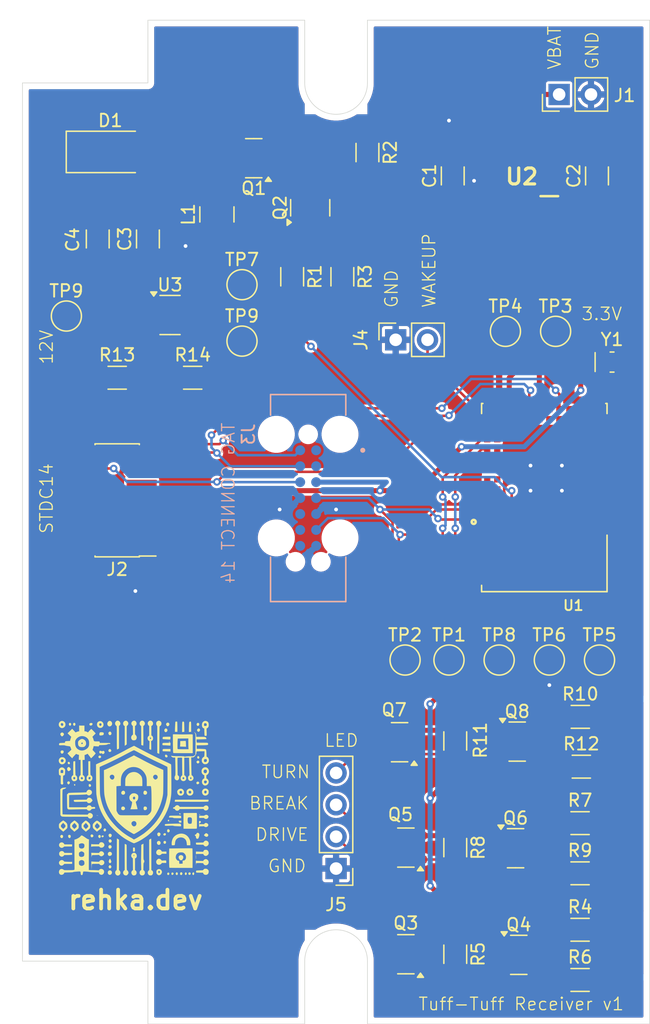
<source format=kicad_pcb>
(kicad_pcb (version 20240108) (generator "pcbnew") (generator_version "8.0")
  (layers (0 "F.Cu" signal) (31 "B.Cu" signal) (34 "B.Paste" user) (35 "F.Paste" user) (36 "B.SilkS" user "B.Silkscreen") (37 "F.SilkS" user "F.Silkscreen") (38 "B.Mask" user) (39 "F.Mask" user) (44 "Edge.Cuts" user))
  (net 0 "")
  (net 1 "GND")
  (net 2 "12V")
  (net 3 "Net-(D1-A)")
  (net 9 "SWDIO")
  (net 11 "UART_RX")
  (net 13 "SWCLK")
  (net 16 "UART_TX")
  (net 17 "NRST")
  (net 19 "MCU_WAKEUP")
  (net 20 "Net-(J5-Pin_4)")
  (net 21 "Net-(J5-Pin_3)")
  (net 22 "Net-(J5-Pin_2)")
  (net 23 "Net-(Q1-G)")
  (net 24 "Net-(Q2-G)")
  (net 25 "Net-(Q3-G)")
  (net 26 "Net-(Q4-G)")
  (net 27 "Net-(Q5-G)")
  (net 28 "Net-(Q6-G)")
  (net 29 "Net-(U1-D+)")
  (net 30 "Net-(U1-D-)")
  (net 31 "ON_DRIVE")
  (net 32 "ON_TURN")
  (net 33 "ON_BOOSTER")
  (net 34 "Net-(U3-FB)")
  (net 52 "Net-(U1-VBUS)")
  (net 58 "Net-(U1-SIO_00{slash}XL1)")
  (net 59 "Net-(U1-SIO_01{slash}XL2)")
  (net 63 "ON_BREAK")
  (net 73 "VIN_BAT")
  (net 74 "3.3V")
  (net 75 "VIN_BOOSTER")
  (net 76 "Net-(Q7-G)")
  (net 77 "Net-(Q8-G)")
  (footprint "Connector_PinHeader_2.54mm:PinHeader_1x04_P2.54mm_Vertical" (layer "F.Cu") (at 119 110.62 180)
    (property "Reference" "J5")
    (property "Value" "Conn_01x04_Pin")
  )
  (footprint "TestPoint:TestPoint_Pad_D2.0mm" (layer "F.Cu") (at 132 94)
    (property "Reference" "TP8")
    (property "Value" "TestPoint")
  )
  (footprint "Resistor_SMD:R_1206_3216Metric_Pad1.30x1.75mm_HandSolder" (layer "F.Cu") (at 138.47 98.53)
    (property "Reference" "R10")
    (property "Value" "10R" (hide yes))
  )
  (footprint "Resistor_SMD:R_1206_3216Metric_Pad1.30x1.75mm_HandSolder" (layer "F.Cu") (at 121.5 53.55 -90)
    (property "Reference" "R2")
    (property "Value" "100k")
  )
  (footprint "Inductor_SMD:L_1210_3225Metric" (layer "F.Cu") (at 109.5 58.48 90)
    (property "Reference" "L1")
    (property "Value" "L22u")
  )
  (footprint "Package_TO_SOT_SMD:SOT-23" (layer "F.Cu") (at 133.3075 109)
    (property "Reference" "Q6")
    (property "Value" "DMG3402L")
  )
  (footprint "Diode_SMD:D_SMA" (layer "F.Cu") (at 101 53.5)
    (property "Reference" "D1")
    (property "Value" "SS34")
  )
  (footprint "Package_TO_SOT_SMD:SOT-23" (layer "F.Cu") (at 124.5625 108.95 180)
    (property "Reference" "Q5")
    (property "Value" "DMG2301L")
  )
  (footprint "Connector_PinSocket_2.54mm:PinSocket_1x02_P2.54mm_Vertical" (layer "F.Cu") (at 123.75 68.475 90)
    (property "Reference" "J4")
    (property "Value" "Conn_01x02_Pin")
  )
  (footprint "Package_TO_SOT_SMD:SOT-23" (layer "F.Cu") (at 133.5625 117.5)
    (property "Reference" "Q4")
    (property "Value" "DMG3402L")
  )
  (footprint "Resistor_SMD:R_1206_3216Metric_Pad1.30x1.75mm_HandSolder" (layer "F.Cu") (at 119.5 63.45 -90)
    (property "Reference" "R3")
    (property "Value" "100k")
  )
  (footprint "Resistor_SMD:R_1206_3216Metric_Pad1.30x1.75mm_HandSolder" (layer "F.Cu") (at 128.5 117.45 -90)
    (property "Reference" "R5")
    (property "Value" "100k")
  )
  (footprint "Package_TO_SOT_SMD:SOT-23-6" (layer "F.Cu") (at 105.7625 66.5)
    (property "Reference" "U3")
    (property "Value" "MT3608")
  )
  (footprint "Package_TO_SOT_SMD:SOT-23" (layer "F.Cu") (at 112.4375 54 180)
    (property "Reference" "Q1")
    (property "Value" "DMG2301L")
  )
  (footprint "Package_TO_SOT_SMD:SOT-23" (layer "F.Cu") (at 124.0625 100.55 180)
    (property "Reference" "Q7")
    (property "Value" "DMG2301L")
  )
  (footprint "TestPoint:TestPoint_Pad_D2.0mm" (layer "F.Cu") (at 140 94)
    (property "Reference" "TP5")
    (property "Value" "TestPoint")
  )
  (footprint "Capacitor_SMD:C_1206_3216Metric_Pad1.33x1.80mm_HandSolder" (layer "F.Cu") (at 128.3 55.4125 90)
    (property "Reference" "C1")
    (property "Value" "1u")
  )
  (footprint "Capacitor_SMD:C_1206_3216Metric_Pad1.33x1.80mm_HandSolder" (layer "F.Cu") (at 139.8 55.4125 90)
    (property "Reference" "C2")
    (property "Value" "2.2u")
  )
  (footprint "TestPoint:TestPoint_Pad_D2.0mm" (layer "F.Cu") (at 111.5 64.08)
    (property "Reference" "TP7")
    (property "Value" "IN BOOSTER")
  )
  (footprint "Resistor_SMD:R_1206_3216Metric_Pad1.30x1.75mm_HandSolder" (layer "F.Cu") (at 138.55 102.5)
    (property "Reference" "R12")
    (property "Value" "100k" (hide yes))
  )
  (footprint "TestPoint:TestPoint_Pad_D2.0mm" (layer "F.Cu") (at 128 94)
    (property "Reference" "TP1")
    (property "Value" "TestPoint")
  )
  (footprint "Resistor_SMD:R_1206_3216Metric_Pad1.30x1.75mm_HandSolder" (layer "F.Cu") (at 107.57 71.5)
    (property "Reference" "R14")
    (property "Value" "2.2k")
  )
  (footprint "TestPoint:TestPoint_Pad_D2.0mm" (layer "F.Cu") (at 132.5 67.8)
    (property "Reference" "TP4")
    (property "Value" "TestPoint")
  )
  (footprint "TTF_Lib:XCVR_451-00001" (layer "F.Cu") (at 135.6 81.05 180)
    (property "Reference" "U1")
    (property "Value" "451-00001")
  )
  (footprint "TTF_Lib:rehka_image" (layer "F.Cu") (at 103 105)
    (property "Reference" "G***" (hide yes))
    (property "Value" "LOGO" (hide yes))
  )
  (footprint "Package_TO_SOT_SMD:SOT-23" (layer "F.Cu") (at 116.9375 57.95 90)
    (property "Reference" "Q2")
    (property "Value" "DMG3402L")
  )
  (footprint "Capacitor_SMD:C_1206_3216Metric_Pad1.33x1.80mm_HandSolder" (layer "F.Cu") (at 100 60.4375 -90)
    (property "Reference" "C4")
    (property "Value" "22u")
  )
  (footprint "Resistor_SMD:R_1206_3216Metric_Pad1.30x1.75mm_HandSolder" (layer "F.Cu") (at 101.55 71.5)
    (property "Reference" "R13")
    (property "Value" "42k")
  )
  (footprint "Resistor_SMD:R_1206_3216Metric_Pad1.30x1.75mm_HandSolder" (layer "F.Cu") (at 138.45 119.5)
    (property "Reference" "R6")
    (property "Value" "100k" (hide yes))
  )
  (footprint "Resistor_SMD:R_1206_3216Metric_Pad1.30x1.75mm_HandSolder" (layer "F.Cu") (at 138.45 107)
    (property "Reference" "R7")
    (property "Value" "10R" (hide yes))
  )
  (footprint "TestPoint:TestPoint_Pad_D2.0mm" (layer "F.Cu") (at 97.5 66.58)
    (property "Reference" "TP9")
    (property "Value" "OUT BOOSTER")
  )
  (footprint "Connector_PinHeader_1.27mm:PinHeader_2x07_P1.27mm_Vertical_SMD" (layer "F.Cu") (at 101.55 81.27 180)
    (property "Reference" "J2")
    (property "Value" "Conn_ST_STDC14")
  )
  (footprint "Resistor_SMD:R_1206_3216Metric_Pad1.30x1.75mm_HandSolder" (layer "F.Cu") (at 138.45 111)
    (property "Reference" "R9")
    (property "Value" "100k" (hide yes))
  )
  (footprint "Resistor_SMD:R_1206_3216Metric_Pad1.30x1.75mm_HandSolder" (layer "F.Cu") (at 128.5 108.95 -90)
    (property "Reference" "R8")
    (property "Value" "100k")
  )
  (footprint "Resistor_SMD:R_1206_3216Metric_Pad1.30x1.75mm_HandSolder" (layer "F.Cu") (at 138.45 115.5)
    (property "Reference" "R4")
    (property "Value" "10R" (hide yes))
  )
  (footprint "Connector_PinHeader_2.54mm:PinHeader_1x02_P2.54mm_Vertical" (layer "F.Cu") (at 136.78 48.92 90)
    (property "Reference" "J1")
    (property "Value" "Conn_01x02_Socket")
  )
  (footprint "TestPoint:TestPoint_Pad_D2.0mm" (layer "F.Cu") (at 136 94)
    (property "Reference" "TP6")
    (property "Value" "TestPoint")
  )
  (footprint "Package_TO_SOT_SMD:SOT-23" (layer "F.Cu") (at 124.5625 117.45 180)
    (property "Reference" "Q3")
    (property "Value" "DMG2301L")
  )
  (footprint "Crystal:Crystal_SMD_MicroCrystal_CC8V-T1A-2Pin_2.0x1.2mm" (layer "F.Cu") (at 141 70.25)
    (property "Reference" "Y1")
    (property "Value" "Crystal")
  )
  (footprint "TestPoint:TestPoint_Pad_D2.0mm" (layer "F.Cu") (at 111.5 68.58)
    (property "Reference" "TP9")
    (property "Value" "ON BOOSTER")
  )
  (footprint "Package_TO_SOT_SMD:SOT-23" (layer "F.Cu") (at 133.4375 100.5)
    (property "Reference" "Q8")
    (property "Value" "DMG3402L")
  )
  (footprint "Resistor_SMD:R_1206_3216Metric_Pad1.30x1.75mm_HandSolder" (layer "F.Cu") (at 115.5 63.45 -90)
    (property "Reference" "R1")
    (property "Value" "10R")
  )
  (footprint "TestPoint:TestPoint_Pad_D2.0mm" (layer "F.Cu") (at 136.5 67.8)
    (property "Reference" "TP3")
    (property "Value" "TestPoint")
  )
  (footprint "TTF_Lib:SOP65P490X110-9N" (layer "F.Cu") (at 133.8 55.475 180)
    (property "Reference" "U2")
    (property "Value" "TLV76733QWDRBxQ1" (hide yes))
  )
  (footprint "Capacitor_SMD:C_1206_3216Metric_Pad1.33x1.80mm_HandSolder" (layer "F.Cu") (at 104 60.4375 90)
    (property "Reference" "C3")
    (property "Value" "22u")
  )
  (footprint "Resistor_SMD:R_1206_3216Metric_Pad1.30x1.75mm_HandSolder" (layer "F.Cu") (at 128.5 100.45 -90)
    (property "Reference" "R11")
    (property "Value" "100k")
  )
  (footprint "TestPoint:TestPoint_Pad_D2.0mm" (layer "F.Cu") (at 124.5 94)
    (property "Reference" "TP2")
    (property "Value" "TestPoint")
  )
  (footprint "TTF_Lib:TAG-CONNECT_TC2070-IDC" (layer "B.Cu") (at 116.775 81.09 -90)
    (property "Reference" "J3")
    (property "Value" "TC2070-IDC")
  )
  (gr_line (start 104 43) (end 116.5 43) (stroke (width 0.05)) (layer "Edge.Cuts"))
  (gr_line (start 116.5 48) (end 116.5 43) (stroke (width 0.05)) (layer "Edge.Cuts"))
  (gr_arc (start 116.5 118) (mid 119 115.5) (end 121.5 118) (stroke (width 0.05)) (layer "Edge.Cuts"))
  (gr_line (start 104 48) (end 94 48) (stroke (width 0.05)) (layer "Edge.Cuts"))
  (gr_line (start 104 118) (end 94 118) (stroke (width 0.05)) (layer "Edge.Cuts"))
  (gr_arc (start 121.5 48) (mid 119 50.5) (end 116.5 48) (stroke (width 0.05)) (layer "Edge.Cuts"))
  (gr_line (start 144 123) (end 121.5 123) (stroke (width 0.05)) (layer "Edge.Cuts"))
  (gr_line (start 94 118) (end 94 48) (stroke (width 0.05)) (layer "Edge.Cuts"))
  (gr_line (start 104 123) (end 104 118) (stroke (width 0.05)) (layer "Edge.Cuts"))
  (gr_line (start 104 43) (end 104 48) (stroke (width 0.05)) (layer "Edge.Cuts"))
  (gr_line (start 121.5 48) (end 121.5 43) (stroke (width 0.05)) (layer "Edge.Cuts"))
  (gr_line (start 121.5 118) (end 121.5 123) (stroke (width 0.05)) (layer "Edge.Cuts"))
  (gr_line (start 144 43) (end 144 123) (stroke (width 0.05)) (layer "Edge.Cuts"))
  (gr_line (start 116.5 118) (end 116.5 123) (stroke (width 0.05)) (layer "Edge.Cuts"))
  (gr_line (start 121.5 43) (end 144 43) (stroke (width 0.05)) (layer "Edge.Cuts"))
  (gr_line (start 116.5 123) (end 104 123) (stroke (width 0.05)) (layer "Edge.Cuts"))
  (gr_text "TAG CONNECT 14" (at 111 75 90) (layer "B.SilkS") (effects (font (size 1 1) (thickness 0.1)) (justify left bottom mirror)))
  (gr_text "GND" (at 113.5 111 0) (layer "F.SilkS") (effects (font (size 1 1) (thickness 0.1)) (justify left bottom)))
  (gr_text "VBAT" (at 137 47 90) (layer "F.SilkS") (effects (font (size 1 1) (thickness 0.1)) (justify left bottom)))
  (gr_text "BREAK" (at 112 106 0) (layer "F.SilkS") (effects (font (size 1 1) (thickness 0.1)) (justify left bottom)))
  (gr_text "LED" (at 118 101 0) (layer "F.SilkS") (effects (font (size 1 1) (thickness 0.1)) (justify left bottom)))
  (gr_text "TURN" (at 113 103.5 0) (layer "F.SilkS") (effects (font (size 1 1) (thickness 0.1)) (justify left bottom)))
  (gr_text "12V" (at 96.5 70.5 90) (layer "F.SilkS") (effects (font (size 1 1) (thickness 0.1)) (justify left bottom)))
  (gr_text "STDC14" (at 96.5 84 90) (layer "F.SilkS") (effects (font (size 1 1) (thickness 0.1)) (justify left bottom)))
  (gr_text "WAKEUP" (at 127 66 90) (layer "F.SilkS") (effects (font (size 1 1) (thickness 0.1)) (justify left bottom)))
  (gr_text "GND" (at 140 47 90) (layer "F.SilkS") (effects (font (size 1 1) (thickness 0.1)) (justify left bottom)))
  (gr_text "Tuff-Tuff Receiver v1" (at 125.5 122 0) (layer "F.SilkS") (effects (font (size 1 1) (thickness 0.1)) (justify left bottom)))
  (gr_text "DRIVE" (at 112.5 108.5 0) (layer "F.SilkS") (effects (font (size 1 1) (thickness 0.1)) (justify left bottom)))
  (gr_text "rehka.dev" (at 97.5 114 0) (layer "F.SilkS") (effects (font (size 1.5 1.5) (thickness 0.3) (bold yes)) (justify left bottom)))
  (gr_text "GND" (at 124 66 90) (layer "F.SilkS") (effects (font (size 1 1) (thickness 0.1)) (justify left bottom)))
  (gr_text "3.3V" (at 138.5 67 0) (layer "F.SilkS") (effects (font (size 1 1) (thickness 0.1)) (justify left bottom)))
  (segment (start 140.15 83.6) (end 140.00343 83.45343) (width 0.2) (layer "F.Cu") (net 1))
  (segment (start 138.06 98.55) (end 138.08 98.53) (width 0.2) (layer "F.Cu") (net 1))
  (segment (start 131.05 83.6) (end 131.19657 83.45343) (width 0.2) (layer "F.Cu") (net 1))
  (segment (start 138.08 98.53) (end 138.08 98.52) (width 0.2) (layer "F.Cu") (net 1))
  (segment (start 132.47 107.08) (end 132.37 107.18) (width 0.2) (layer "F.Cu") (net 1))
  (via (at 134.5 78.5) (size 0.6) (drill 0.3) (layers "F.Cu" "B.Cu") (net 1))
  (via (at 137 78.5) (size 0.6) (drill 0.3) (layers "F.Cu" "B.Cu") (net 1))
  (via (at 119 82) (size 0.6) (drill 0.3) (layers "F.Cu" "B.Cu") (net 1))
  (via (at 128 51) (size 0.6) (drill 0.3) (layers "F.Cu" "B.Cu") (net 1))
  (via (at 107 61) (size 0.6) (drill 0.3) (layers "F.Cu" "B.Cu") (net 1))
  (via (at 134.5 80.5) (size 0.6) (drill 0.3) (layers "F.Cu" "B.Cu") (net 1))
  (via (at 136 96) (size 0.6) (drill 0.3) (layers "F.Cu" "B.Cu") (net 1))
  (via (at 114.5 82) (size 0.6) (drill 0.3) (layers "F.Cu" "B.Cu") (net 1))
  (via (at 103 88.5) (size 0.6) (drill 0.3) (layers "F.Cu" "B.Cu") (net 1))
  (via (at 137 80.5) (size 0.6) (drill 0.3) (layers "F.Cu" "B.Cu") (net 1))
  (via (at 130 55.8) (size 0.6) (drill 0.3) (layers "F.Cu" "B.Cu") (net 1))
  (segment (start 127 104.5) (end 128 104.5) (width 0.4) (layer "F.Cu") (net 2))
  (segment (start 109.1 99.6) (end 96 86.5) (width 0.4) (layer "F.Cu") (net 2))
  (segment (start 126.5 105) (end 127 104.5) (width 0.4) (layer "F.Cu") (net 2))
  (segment (start 128.5 97.5) (end 128 97) (width 0.4) (layer "F.Cu") (net 2))
  (segment (start 125 99.6) (end 109.1 99.6) (width 0.4) (layer "F.Cu") (net 2))
  (segment (start 125.5 116.5) (end 127.9 116.5) (width 0.4) (layer "F.Cu") (net 2))
  (segment (start 128.5 114) (end 126.5 112) (width 0.4) (layer "F.Cu") (net 2))
  (segment (start 100 58.875) (end 100 55.9) (width 0.4) (layer "F.Cu") (net 2))
  (segment (start 127.9 108) (end 128.5 107.4) (width 0.4) (layer "F.Cu") (net 2))
  (segment (start 99 54.9) (end 99 53.5) (width 0.4) (layer "F.Cu") (net 2))
  (segment (start 128.5 115.9) (end 128.5 114) (width 0.4) (layer "F.Cu") (net 2))
  (segment (start 100 69.08) (end 97.5 66.58) (width 0.4) (layer "F.Cu") (net 2))
  (segment (start 100 71.5) (end 100 69.08) (width 0.4) (layer "F.Cu") (net 2))
  (segment (start 96 75.5) (end 100 71.5) (width 0.4) (layer "F.Cu") (net 2))
  (segment (start 127 97) (end 126.5 97.5) (width 0.4) (layer "F.Cu") (net 2))
  (segment (start 127.8 99.6) (end 128.5 98.9) (width 0.4) (layer "F.Cu") (net 2))
  (segment (start 125 99.6) (end 127.8 99.6) (width 0.4) (layer "F.Cu") (net 2))
  (segment (start 125.5 108) (end 127.9 108) (width 0.4) (layer "F.Cu") (net 2))
  (segment (start 100 58.875) (end 97.5 61.375) (width 0.4) (layer "F.Cu") (net 2))
  (segment (start 128.5 98.9) (end 128.5 97.5) (width 0.4) (layer "F.Cu") (net 2))
  (segment (start 96 86.5) (end 96 75.5) (width 0.4) (layer "F.Cu") (net 2))
  (segment (start 128.5 105) (end 128.5 107.4) (width 0.4) (layer "F.Cu") (net 2))
  (segment (start 128 104.5) (end 128.5 105) (width 0.4) (layer "F.Cu") (net 2))
  (segment (start 100 55.9) (end 99 54.9) (width 0.4) (layer "F.Cu") (net 2))
  (segment (start 127.9 116.5) (end 128.5 115.9) (width 0.4) (layer "F.Cu") (net 2))
  (segment (start 97.5 61.375) (end 97.5 66.58) (width 0.4) (layer "F.Cu") (net 2))
  (segment (start 128 97) (end 127 97) (width 0.4) (layer "F.Cu") (net 2))
  (via (at 126.5 112) (size 0.6) (drill 0.3) (layers "F.Cu" "B.Cu") (net 2))
  (via (at 126.5 97.5) (size 0.6) (drill 0.3) (layers "F.Cu" "B.Cu") (net 2))
  (via (at 126.5 105) (size 0.6) (drill 0.3) (layers "F.Cu" "B.Cu") (net 2))
  (segment (start 126.5 112) (end 126.5 105) (width 0.4) (layer "B.Cu") (net 2))
  (segment (start 126.5 97.5) (end 126.5 105) (width 0.4) (layer "B.Cu") (net 2))
  (segment (start 103 53.5) (end 105.92 53.5) (width 0.2) (layer "F.Cu") (net 3))
  (segment (start 104.625 65.55) (end 102.8 63.725) (width 0.2) (layer "F.Cu") (net 3))
  (segment (start 102.8 61.352756) (end 104.152756 60) (width 0.2) (layer "F.Cu") (net 3))
  (segment (start 105.92 53.5) (end 109.5 57.08) (width 0.2) (layer "F.Cu") (net 3))
  (segment (start 104.152756 60) (end 106.58 60) (width 0.2) (layer "F.Cu") (net 3))
  (segment (start 106.58 60) (end 109.5 57.08) (width 0.2) (layer "F.Cu") (net 3))
  (segment (start 102.8 63.725) (end 102.8 61.352756) (width 0.2) (layer "F.Cu") (net 3))
  (segment (start 98.77 83.81) (end 99.6 83.81) (width 0.2) (layer "F.Cu") (net 9))
  (segment (start 99.6 83.81) (end 100.43 83.81) (width 0.2) (layer "F.Cu") (net 9))
  (segment (start 131.05 82.8) (end 127.2 82.8) (width 0.2) (layer "F.Cu") (net 9))
  (segment (start 123.5 83) (end 122.5 82) (width 0.2) (layer "F.Cu") (net 9))
  (segment (start 102 85.75) (end 107.25 91) (width 0.2) (layer "F.Cu") (net 9))
  (segment (start 127.2 82.8) (end 127.124265 82.724265) (width 0.2) (layer "F.Cu") (net 9))
  (segment (start 123.5 90) (end 123.5 83) (width 0.2) (layer "F.Cu") (net 9))
  (segment (start 102 85.38) (end 102 85.75) (width 0.2) (layer "F.Cu") (net 9))
  (segment (start 122.5 91) (end 123.5 90) (width 0.2) (layer "F.Cu") (net 9))
  (segment (start 100.43 83.81) (end 102 85.38) (width 0.2) (layer "F.Cu") (net 9))
  (segment (start 107.25 91) (end 122.5 91) (width 0.2) (layer "F.Cu") (net 9))
  (via (at 122.5 82) (size 0.6) (drill 0.3) (layers "F.Cu" "B.Cu") (net 9))
  (via (at 127.124265 82.724265) (size 0.6) (drill 0.3) (layers "F.Cu" "B.Cu") (net 9))
  (segment (start 127.124265 82.724265) (end 126.4 82) (width 0.2) (layer "B.Cu") (net 9))
  (segment (start 122.5 82) (end 121.59 81.09) (width 0.2) (layer "B.Cu") (net 9))
  (segment (start 121.59 81.09) (end 117.41 81.09) (width 0.2) (layer "B.Cu") (net 9))
  (segment (start 126.4 82) (end 122.5 82) (width 0.2) (layer "B.Cu") (net 9))
  (segment (start 109.46 77.46) (end 103.5 77.46) (width 0.2) (layer "F.Cu") (net 11))
  (segment (start 120.067477 74.534313) (end 119.967614 74.43445) (width 0.2) (layer "F.Cu") (net 11))
  (segment (start 134.4 72.6) (end 134.5 72.5) (width 0.2) (layer "F.Cu") (net 11))
  (segment (start 127.965687 74.534313) (end 120.067477 74.534313) (width 0.2) (layer "F.Cu") (net 11))
  (segment (start 134.4 74) (end 134.4 72.6) (width 0.2) (layer "F.Cu") (net 11))
  (segment (start 110.70408 74.43445) (end 109.069265 76.069265) (width 0.2) (layer "F.Cu") (net 11))
  (segment (start 128 74.5) (end 127.965687 74.534313) (width 0.2) (layer "F.Cu") (net 11))
  (segment (start 109.5 77.5) (end 109.46 77.46) (width 0.2) (layer "F.Cu") (net 11))
  (segment (start 119.967614 74.43445) (end 110.70408 74.43445) (width 0.2) (layer "F.Cu") (net 11))
  (via (at 109.5 77.5) (size 0.6) (drill 0.3) (layers "F.Cu" "B.Cu") (net 11))
  (via (at 109.069265 76.069265) (size 0.6) (drill 0.3) (layers "F.Cu" "B.Cu") (net 11))
  (via (at 128 74.5) (size 0.6) (drill 0.3) (layers "F.Cu" "B.Cu") (net 11))
  (via (at 134.5 72.5) (size 0.6) (drill 0.3) (layers "F.Cu" "B.Cu") (net 11))
  (segment (start 109.069265 77.069265) (end 109.069265 76.069265) (width 0.2) (layer "B.Cu") (net 11))
  (segment (start 134 72) (end 130.5 72) (width 0.2) (layer "B.Cu") (net 11))
  (segment (start 110.55 78.55) (end 116.14 78.55) (width 0.2) (layer "B.Cu") (net 11))
  (segment (start 130 72.5) (end 128 74.5) (width 0.2) (layer "B.Cu") (net 11))
  (segment (start 109.5 77.5) (end 109.069265 77.069265) (width 0.2) (layer "B.Cu") (net 11))
  (segment (start 134.5 72.5) (end 134 72) (width 0.2) (layer "B.Cu") (net 11))
  (segment (start 130.5 72) (end 130 72.5) (width 0.2) (layer "B.Cu") (net 11))
  (segment (start 109.5 77.5) (end 110.55 78.55) (width 0.2) (layer "B.Cu") (net 11))
  (segment (start 123.6 91.4) (end 124 91) (width 0.2) (layer "F.Cu") (net 13))
  (segment (start 98.1 83.21) (end 98.1 85.75) (width 0.2) (layer "F.Cu") (net 13))
  (segment (start 98.1 85.75) (end 103.75 91.4) (width 0.2) (layer "F.Cu") (net 13))
  (segment (start 124.1 84) (end 125 84) (width 0.2) (layer "F.Cu") (net 13))
  (segment (start 103.75 91.4) (end 123.6 91.4) (width 0.2) (layer "F.Cu") (net 13))
  (segment (start 125 84) (end 127 82) (width 0.2) (layer "F.Cu") (net 13))
  (segment (start 124 91) (end 124 84.1) (width 0.2) (layer "F.Cu") (net 13))
  (segment (start 124 84.1) (end 124.1 84) (width 0.2) (layer "F.Cu") (net 13))
  (segment (start 98.77 82.54) (end 98.1 83.21) (width 0.2) (layer "F.Cu") (net 13))
  (segment (start 127 82) (end 131.05 82) (width 0.2) (layer "F.Cu") (net 13))
  (segment (start 99.6 82.54) (end 98.77 82.54) (width 0.2) (layer "F.Cu") (net 13))
  (segment (start 100.43 82.54) (end 99.6 82.54) (width 0.2) (layer "F.Cu") (net 13))
  (via (at 124.1 84) (size 0.6) (drill 0.3) (layers "F.Cu" "B.Cu") (net 13))
  (segment (start 124.1 84) (end 122.78945 82.68945) (width 0.2) (layer "B.Cu") (net 13))
  (segment (start 122.78945 82.68945) (end 118.35055 82.68945) (width 0.2) (layer "B.Cu") (net 13))
  (segment (start 118.35055 82.68945) (end 117.41 83.63) (width 0.2) (layer "B.Cu") (net 13))
  (segment (start 110 76.5) (end 109.71 76.79) (width 0.2) (layer "F.Cu") (net 16))
  (segment (start 101.63 76.79) (end 107.5 76.79) (width 0.2) (layer "F.Cu") (net 16))
  (segment (start 109.71 76.79) (end 107.5 76.79) (width 0.2) (layer "F.Cu") (net 16))
  (segment (start 99.6 77.46) (end 100.96 77.46) (width 0.2) (layer "F.Cu") (net 16))
  (segment (start 136.5 72.5) (end 136.8 72.8) (width 0.2) (layer "F.Cu") (net 16))
  (segment (start 136.8 72.8) (end 136.8 74) (width 0.2) (layer "F.Cu") (net 16))
  (segment (start 110.355687 73.934313) (end 107.5 76.79) (width 0.2) (layer "F.Cu") (net 16))
  (segment (start 100.96 77.46) (end 101.63 76.79) (width 0.2) (layer "F.Cu") (net 16))
  (segment (start 127.434313 73.934313) (end 110.355687 73.934313) (width 0.2) (layer "F.Cu") (net 16))
  (via (at 110 76.5) (size 0.6) (drill 0.3) (layers "F.Cu" "B.Cu") (net 16))
  (via (at 127.434313 73.934313) (size 0.6) (drill 0.3) (layers "F.Cu" "B.Cu") (net 16))
  (via (at 136.5 72.5) (size 0.6) (drill 0.3) (layers "F.Cu" "B.Cu") (net 16))
  (segment (start 115.746301 77.673699) (end 116.14 77.28) (width 0.2) (layer "B.Cu") (net 16))
  (segment (start 111.173699 77.673699) (end 115.746301 77.673699) (width 0.2) (layer "B.Cu") (net 16))
  (segment (start 136.5 72.5) (end 135.6 71.6) (width 0.2) (layer "B.Cu") (net 16))
  (segment (start 110 76.5) (end 111.173699 77.673699) (width 0.2) (layer "B.Cu") (net 16))
  (segment (start 135.6 71.6) (end 129.768626 71.6) (width 0.2) (layer "B.Cu") (net 16))
  (segment (start 129.768626 71.6) (end 127.434313 73.934313) (width 0.2) (layer "B.Cu") (net 16))
  (segment (start 126.211522 75.6) (end 131.05 75.6) (width 0.2) (layer "F.Cu") (net 17))
  (segment (start 109.5 79.8) (end 110.3 79) (width 0.2) (layer "F.Cu") (net 17))
  (segment (start 119 78.5) (end 123.311522 78.5) (width 0.2) (layer "F.Cu") (net 17))
  (segment (start 110.3 79) (end 118.5 79) (width 0.2) (layer "F.Cu") (net 17))
  (segment (start 123.311522 78.5) (end 126.211522 75.6) (width 0.2) (layer "F.Cu") (net 17))
  (segment (start 118.5 79) (end 119 78.5) (width 0.2) (layer "F.Cu") (net 17))
  (segment (start 101.27 78.73) (end 99.6 78.73) (width 0.2) (layer "F.Cu") (net 17))
  (via (at 109.5 79.8) (size 0.6) (drill 0.3) (layers "F.Cu" "B.Cu") (net 17))
  (via (at 101.27 78.73) (size 0.6) (drill 0.3) (layers "F.Cu" "B.Cu") (net 17))
  (segment (start 116.14 79.82) (end 109.52 79.82) (width 0.2) (layer "B.Cu") (net 17))
  (segment (start 102.34 79.8) (end 109.5 79.8) (width 0.2) (layer "B.Cu") (net 17))
  (segment (start 101.27 78.73) (end 102.34 79.8) (width 0.2) (layer "B.Cu") (net 17))
  (segment (start 109.5 79.8) (end 109.48 79.82) (width 0.2) (layer "B.Cu") (net 17))
  (segment (start 109.52 79.82) (end 109.5 79.8) (width 0.2) (layer "B.Cu") (net 17))
  (segment (start 126.29 70.04) (end 131.05 74.8) (width 0.2) (layer "F.Cu") (net 19))
  (segment (start 126.29 68.475) (end 126.29 70.04) (width 0.2) (layer "F.Cu") (net 19))
  (segment (start 121.45 100.55) (end 119 103) (width 0.2) (layer "F.Cu") (net 20))
  (segment (start 123.125 100.55) (end 121.45 100.55) (width 0.2) (layer "F.Cu") (net 20))
  (segment (start 119.08 103.08) (end 119 103) (width 0.2) (layer "F.Cu") (net 20))
  (segment (start 122.41 108.95) (end 119 105.54) (width 0.2) (layer "F.Cu") (net 21))
  (segment (start 123.625 108.95) (end 122.41 108.95) (width 0.2) (layer "F.Cu") (net 21))
  (segment (start 123.625 112.705) (end 119 108.08) (width 0.2) (layer "F.Cu") (net 22))
  (segment (start 123.625 117.45) (end 123.625 112.705) (width 0.2) (layer "F.Cu") (net 22))
  (segment (start 116.9375 57.0125) (end 118.85 55.1) (width 0.2) (layer "F.Cu") (net 23))
  (segment (start 113.375 54.95) (end 114.875 54.95) (width 0.2) (layer "F.Cu") (net 23))
  (segment (start 114.875 54.95) (end 116.9375 57.0125) (width 0.2) (layer "F.Cu") (net 23))
  (segment (start 118.85 55.1) (end 121.5 55.1) (width 0.2) (layer "F.Cu") (net 23))
  (segment (start 115.9875 61.4125) (end 115.5 61.9) (width 0.2) (layer "F.Cu") (net 24))
  (segment (start 115.9875 58.8875) (end 115.9875 61.4125) (width 0.2) (layer "F.Cu") (net 24))
  (segment (start 125.5 118.4) (end 127.9 118.4) (width 0.2) (layer "F.Cu") (net 25))
  (segment (start 134.5 117.5) (end 130 117.5) (width 0.2) (layer "F.Cu") (net 25))
  (segment (start 130 117.5) (end 128.5 119) (width 0.2) (layer "F.Cu") (net 25))
  (segment (start 127.9 118.4) (end 128.5 119) (width 0.2) (layer "F.Cu") (net 25))
  (segment (start 136.9 115.5) (end 133.675 115.5) (width 0.2) (layer "F.Cu") (net 26))
  (segment (start 133.675 115.5) (end 132.625 116.55) (width 0.2) (layer "F.Cu") (net 26))
  (segment (start 134.245 109) (end 130 109) (width 0.2) (layer "F.Cu") (net 27))
  (segment (start 127.9 109.9) (end 128.5 110.5) (width 0.2) (layer "F.Cu") (net 27))
  (segment (start 130 109) (end 128.5 110.5) (width 0.2) (layer "F.Cu") (net 27))
  (segment (start 125.5 109.9) (end 127.9 109.9) (width 0.2) (layer "F.Cu") (net 27))
  (segment (start 136.9 107) (end 133.42 107) (width 0.2) (layer "F.Cu") (net 28))
  (segment (start 133.42 107) (end 132.37 108.05) (width 0.2) (layer "F.Cu") (net 28))
  (segment (start 128.5 84) (end 128 84.5) (width 0.2) (layer "F.Cu") (net 29))
  (segment (start 131.05 77.2) (end 130.6 77.2) (width 0.2) (layer "F.Cu") (net 29))
  (segment (start 128.5 79.3) (end 128.5 81) (width 0.2) (layer "F.Cu") (net 29))
  (segment (start 130.6 77.2) (end 128.5 79.3) (width 0.2) (layer "F.Cu") (net 29))
  (segment (start 128 84.5) (end 128 94) (width 0.2) (layer "F.Cu") (net 29))
  (segment (start 128.5 83.5) (end 128.5 84) (width 0.2) (layer "F.Cu") (net 29))
  (via (at 128.5 83.5) (size 0.6) (drill 0.3) (layers "F.Cu" "B.Cu") (net 29))
  (via (at 128.5 81) (size 0.6) (drill 0.3) (layers "F.Cu" "B.Cu") (net 29))
  (segment (start 128.5 81) (end 128.5 83.5) (width 0.2) (layer "B.Cu") (net 29))
  (segment (start 127.5 83.5) (end 127.5 84.5) (width 0.2) (layer "F.Cu") (net 30))
  (segment (start 127.5 84.5) (end 124.5 87.5) (width 0.2) (layer "F.Cu") (net 30))
  (segment (start 124.5 87.5) (end 124.5 94) (width 0.2) (layer "F.Cu") (net 30))
  (segment (start 130.6 76.4) (end 127.5 79.5) (width 0.2) (layer "F.Cu") (net 30))
  (segment (start 131.05 76.4) (end 130.6 76.4) (width 0.2) (layer "F.Cu") (net 30))
  (segment (start 127.5 79.5) (end 127.5 81) (width 0.2) (layer "F.Cu") (net 30))
  (via (at 127.5 81) (size 0.6) (drill 0.3) (layers "F.Cu" "B.Cu") (net 30))
  (via (at 127.5 83.5) (size 0.6) (drill 0.3) (layers "F.Cu" "B.Cu") (net 30))
  (segment (start 127.724265 81.224265) (end 127.724265 83.275735) (width 0.2) (layer "B.Cu") (net 30))
  (segment (start 127.724265 83.275735) (end 127.5 83.5) (width 0.2) (layer "B.Cu") (net 30))
  (segment (start 127.5 81) (end 127.724265 81.224265) (width 0.2) (layer "B.Cu") (net 30))
  (segment (start 140 94) (end 143.4 97.4) (width 0.2) (layer "F.Cu") (net 31))
  (segment (start 142.9 119.5) (end 140 119.5) (width 0.2) (layer "F.Cu") (net 31))
  (segment (start 140 94) (end 142.3 91.7) (width 0.2) (layer "F.Cu") (net 31))
  (segment (start 140 115.5) (end 140.5 115) (width 0.2) (layer "F.Cu") (net 31))
  (segment (start 143.4 114) (end 143.4 119) (width 0.2) (layer "F.Cu") (net 31))
  (segment (start 143.4 97.4) (end 143.4 114) (width 0.2) (layer "F.Cu") (net 31))
  (segment (start 142.3 81.8) (end 140.9 80.4) (width 0.2) (layer "F.Cu") (net 31))
  (segment (start 142.3 91.7) (end 142.3 81.8) (width 0.2) (layer "F.Cu") (net 31))
  (segment (start 143.4 119) (end 142.9 119.5) (width 0.2) (layer "F.Cu") (net 31))
  (segment (start 142.4 115) (end 143.4 114) (width 0.2) (layer "F.Cu") (net 31))
  (segment (start 140.5 115) (end 142.4 115) (width 0.2) (layer "F.Cu") (net 31))
  (segment (start 140.9 80.4) (end 140.15 80.4) (width 0.2) (layer "F.Cu") (net 31))
  (segment (start 135.5 90.5) (end 140 90.5) (width 0.2) (layer "F.Cu") (net 32))
  (segment (start 135.355 97.355) (end 138.845 97.355) (width 0.2) (layer "F.Cu") (net 32))
  (segment (start 140 90.5) (end 141.5 89) (width 0.2) (layer "F.Cu") (net 32))
  (segment (start 132 94) (end 135.355 97.355) (width 0.2) (layer "F.Cu") (net 32))
  (segment (start 141.5 89) (end 141.5 83.7) (width 0.2) (layer "F.Cu") (net 32))
  (segment (start 140.02 98.53) (end 140.02 102.42) (width 0.2) (layer "F.Cu") (net 32))
  (segment (start 132 94) (end 135.5 90.5) (width 0.2) (layer "F.Cu") (net 32))
  (segment (start 138.845 97.355) (end 140.02 98.53) (width 0.2) (layer "F.Cu") (net 32))
  (segment (start 141.5 83.7) (end 140.6 82.8) (width 0.2) (layer "F.Cu") (net 32))
  (segment (start 140.6 82.8) (end 140.15 82.8) (width 0.2) (layer "F.Cu") (net 32))
  (segment (start 140.02 102.42) (end 140.1 102.5) (width 0.2) (layer "F.Cu") (net 32))
  (segment (start 131.85 81.2) (end 132.8 81.2) (width 0.2) (layer "F.Cu") (net 33))
  (segment (start 133 81) (end 133 80.5) (width 0.2) (layer "F.Cu") (net 33))
  (segment (start 115.5 65) (end 115.5 67.5) (width 0.2) (layer "F.Cu") (net 33))
  (segment (start 115.5 65) (end 119.5 65) (width 0.2) (layer "F.Cu") (net 33))
  (segment (start 111.5 68.58) (end 115.08 65) (width 0.2) (layer "F.Cu") (net 33))
  (segment (start 115.08 65) (end 115.5 65) (width 0.2) (layer "F.Cu") (net 33))
  (segment (start 132.8 81.2) (end 133 81) (width 0.2) (layer "F.Cu") (net 33))
  (segment (start 115.5 67.5) (end 117 69) (width 0.2) (layer "F.Cu") (net 33))
  (via (at 133 80.5) (size 0.6) (drill 0.3) (layers "F.Cu" "B.Cu") (net 33))
  (via (at 117 69) (size 0.6) (drill 0.3) (layers "F.Cu" "B.Cu") (net 33))
  (segment (start 117 69) (end 127.42 79.42) (width 0.2) (layer "B.Cu") (net 33))
  (segment (start 132.717157 80.5) (end 133 80.5) (width 0.2) (layer "B.Cu") (net 33))
  (segment (start 131.637157 79.42) (end 132.717157 80.5) (width 0.2) (layer "B.Cu") (net 33))
  (segment (start 127.42 79.42) (end 131.637157 79.42) (width 0.2) (layer "B.Cu") (net 33))
  (segment (start 104.625 67.45) (end 103.1 68.975) (width 0.2) (layer "F.Cu") (net 34))
  (segment (start 106.02 71.5) (end 103.1 71.5) (width 0.2) (layer "F.Cu") (net 34))
  (segment (start 103.1 68.975) (end 103.1 71.5) (width 0.2) (layer "F.Cu") (net 34))
  (segment (start 132 74) (end 132 68.3) (width 0.5) (layer "F.Cu") (net 52))
  (segment (start 132 68.3) (end 132.5 67.8) (width 0.2) (layer "F.Cu") (net 52))
  (segment (start 140 74) (end 141.75 72.25) (width 0.2) (layer "F.Cu") (net 58))
  (segment (start 141.75 72.25) (end 141.75 70.25) (width 0.2) (layer "F.Cu") (net 58))
  (segment (start 139.2 73.3) (end 139.2 74) (width 0.2) (layer "F.Cu") (net 59))
  (segment (start 140.25 70.25) (end 140.25 72.25) (width 0.2) (layer "F.Cu") (net 59))
  (segment (start 140.25 72.25) (end 139.2 73.3) (width 0.2) (layer "F.Cu") (net 59))
  (segment (start 137.414213 94) (end 141.9 89.514213) (width 0.2) (layer "F.Cu") (net 63))
  (segment (start 141.5 111) (end 142 110.5) (width 0.2) (layer "F.Cu") (net 63))
  (segment (start 136 94) (end 137.299744 94) (width 0.2) (layer "F.Cu") (net 63))
  (segment (start 141.9 83.534314) (end 140.365686 82) (width 0.2) (layer "F.Cu") (net 63))
  (segment (start 141.5 107) (end 140 107) (width 0.2) (layer "F.Cu") (net 63))
  (segment (start 142 98.700256) (end 142 106.5) (width 0.2) (layer "F.Cu") (net 63))
  (segment (start 142 106.5) (end 141.5 107) (width 0.2) (layer "F.Cu") (net 63))
  (segment (start 140.365686 82) (end 140.15 82) (width 0.2) (layer "F.Cu") (net 63))
  (segment (start 142 110.5) (end 142 106.5) (width 0.2) (layer "F.Cu") (net 63))
  (segment (start 137.299744 94) (end 142 98.700256) (width 0.2) (layer "F.Cu") (net 63))
  (segment (start 140 111) (end 141.5 111) (width 0.2) (layer "F.Cu") (net 63))
  (segment (start 136 94) (end 137.414213 94) (width 0.2) (layer "F.Cu") (net 63))
  (segment (start 141.9 89.514213) (end 141.9 83.534314) (width 0.2) (layer "F.Cu") (net 63))
  (segment (start 135.455 48.92) (end 130.3875 53.9875) (width 0.4) (layer "F.Cu") (net 73))
  (segment (start 113.375 53.05) (end 120.45 53.05) (width 0.4) (layer "F.Cu") (net 73))
  (segment (start 128.3 56.075) (end 128.3 56.975) (width 0.4) (layer "F.Cu") (net 73))
  (segment (start 126.475 56.975) (end 121.5 52) (width 0.4) (layer "F.Cu") (net 73))
  (segment (start 128.3 56.975) (end 131.125 56.975) (width 0.4) (layer "F.Cu") (net 73))
  (segment (start 131.125 56.975) (end 131.65 56.45) (width 0.4) (layer "F.Cu") (net 73))
  (segment (start 120.45 53.05) (end 121.5 52) (width 0.4) (layer "F.Cu") (net 73))
  (segment (start 128.3 56.975) (end 126.475 56.975) (width 0.4) (layer "F.Cu") (net 73))
  (segment (start 136.78 48.92) (end 124.58 48.92) (width 0.4) (layer "F.Cu") (net 73))
  (segment (start 130.3875 53.9875) (end 128.3 56.075) (width 0.4) (layer "F.Cu") (net 73))
  (segment (start 131.65 54.5) (end 130.9 54.5) (width 0.4) (layer "F.Cu") (net 73))
  (segment (start 130.9 54.5) (end 130.3875 53.9875) (width 0.4) (layer "F.Cu") (net 73))
  (segment (start 136.78 48.92) (end 135.455 48.92) (width 0.4) (layer "F.Cu") (net 73))
  (segment (start 124.58 48.92) (end 121.5 52) (width 0.4) (layer "F.Cu") (net 73))
  (segment (start 103.5 83.81) (end 106.19 83.81) (width 0.4) (layer "F.Cu") (net 74))
  (segment (start 136.5 67.8) (end 135.65 68.65) (width 0.4) (layer "F.Cu") (net 74))
  (segment (start 106.19 83.81) (end 109.5 80.5) (width 0.4) (layer "F.Cu") (net 74))
  (segment (start 132.8 74) (end 132.8 71.5) (width 0.4) (layer "F.Cu") (net 74))
  (segment (start 135.95 55.15) (end 137.075 55.15) (width 0.4) (layer "F.Cu") (net 74))
  (segment (start 138.9 56.975) (end 139.8 56.975) (width 0.4) (layer "F.Cu") (net 74))
  (segment (start 135.65 68.65) (end 135.2 69.1) (width 0.4) (layer "F.Cu") (net 74))
  (segment (start 139.8 56.975) (end 136.475 56.975) (width 0.4) (layer "F.Cu") (net 74))
  (segment (start 135.2 69.1) (end 135.2 74) (width 0.4) (layer "F.Cu") (net 74))
  (segment (start 109.5 80.5) (end 122.5 80.5) (width 0.4) (layer "F.Cu") (net 74))
  (segment (start 132.8 71.5) (end 135.65 68.65) (width 0.4) (layer "F.Cu") (net 74))
  (segment (start 138.5 72.5) (end 138.5 69.8) (width 0.4) (layer "F.Cu") (net 74))
  (segment (start 139.8 64.5) (end 136.5 67.8) (width 0.4) (layer "F.Cu") (net 74))
  (segment (start 138.5 69.8) (end 136.5 67.8) (width 0.4) (layer "F.Cu") (net 74))
  (segment (start 137.075 55.15) (end 138.9 56.975) (width 0.4) (layer "F.Cu") (net 74))
  (segment (start 136.475 56.975) (end 135.95 56.45) (width 0.4) (layer "F.Cu") (net 74))
  (segment (start 125.5 80.5) (end 129 77) (width 0.4) (layer "F.Cu") (net 74))
  (segment (start 139.8 56.975) (end 139.8 64.5) (width 0.4) (layer "F.Cu") (net 74))
  (segment (start 122.5 80.5) (end 125.5 80.5) (width 0.4) (layer "F.Cu") (net 74))
  (via (at 138.5 72.5) (size 0.6) (drill 0.3) (layers "F.Cu" "B.Cu") (net 74))
  (via (at 129 77) (size 0.6) (drill 0.3) (layers "F.Cu" "B.Cu") (net 74))
  (via (at 122.5 80.5) (size 0.6) (drill 0.3) (layers "F.Cu" "B.Cu") (net 74))
  (segment (start 117.41 79.82) (end 123 79.82) (width 0.4) (layer "B.Cu") (net 74))
  (segment (start 122.5 80.32) (end 123 79.82) (width 0.4) (layer "B.Cu") (net 74))
  (segment (start 138.5 72.5) (end 134 77) (width 0.4) (layer "B.Cu") (net 74))
  (segment (start 134 77) (end 129 77) (width 0.4) (layer "B.Cu") (net 74))
  (segment (start 122.5 80.5) (end 122.5 80.32) (width 0.4) (layer "B.Cu") (net 74))
  (segment (start 111.5 57.88) (end 109.5 59.88) (width 0.4) (layer "F.Cu") (net 75))
  (segment (start 104 62) (end 106.96 62) (width 0.4) (layer "F.Cu") (net 75))
  (segment (start 106.9 67.45) (end 106.9 66.5) (width 0.4) (layer "F.Cu") (net 75))
  (segment (start 107.8625 62.9025) (end 108.5 63.54) (width 0.4) (layer "F.Cu") (net 75))
  (segment (start 111.5 54) (end 111.5 57.88) (width 0.4) (layer "F.Cu") (net 75))
  (segment (start 107.562499 66.5) (end 106.9 66.5) (width 0.4) (layer "F.Cu") (net 75))
  (segment (start 107.8625 62.9025) (end 108.685 62.08) (width 0.4) (layer "F.Cu") (net 75))
  (segment (start 109.5 59.88) (end 109.5 62.08) (width 0.4) (layer "F.Cu") (net 75))
  (segment (start 108.685 62.08) (end 109.5 62.08) (width 0.4) (layer "F.Cu") (net 75))
  (segment (start 108.5 65.562499) (end 107.562499 66.5) (width 0.4) (layer "F.Cu") (net 75))
  (segment (start 111.5 64.08) (end 109.5 62.08) (width 0.4) (layer "F.Cu") (net 75))
  (segment (start 108.5 63.54) (end 108.5 65.562499) (width 0.4) (layer "F.Cu") (net 75))
  (segment (start 106.96 62) (end 107.8625 62.9025) (width 0.4) (layer "F.Cu") (net 75))
  (segment (start 134.375 100.5) (end 130 100.5) (width 0.2) (layer "F.Cu") (net 76))
  (segment (start 128 101.5) (end 128.5 102) (width 0.2) (layer "F.Cu") (net 76))
  (segment (start 130 100.5) (end 128.5 102) (width 0.2) (layer "F.Cu") (net 76))
  (segment (start 125 101.5) (end 128 101.5) (width 0.2) (layer "F.Cu") (net 76))
  (segment (start 133.52 98.53) (end 132.5 99.55) (width 0.2) (layer "F.Cu") (net 77))
  (segment (start 136.92 98.53) (end 133.52 98.53) (width 0.2) (layer "F.Cu") (net 77))
  (zone (net 1) (net_name "GND") (layers "F&B.Cu") (connect_pads (clearance 0.2)) (min_thickness 0.2) (fill yes (thermal_gap 0.25) (thermal_bridge_width 0.5))
    (polygon (pts (xy 121.5 43) (xy 144 43) (xy 144 123) (xy 121.5 123) (xy 121.5 115.5) (xy 116.5 115.5) (xy 116.5 123) (xy 104 123) (xy 104 118) (xy 94 118) (xy 94 48) (xy 104 48) (xy 104 43) (xy 116.5 43) (xy 116.5 50.5) (xy 121.5 50.5)))
  )
  (zone (net 0) (net_name "") (layer "B.Cu") (connect_pads (clearance 0)) (min_thickness 0.25)
    (keepout (tracks allowed) (vias allowed) (pads allowed) (copperpour not_allowed) (footprints allowed))
    (fill (thermal_gap 0.5) (thermal_bridge_width 0.5))
    (polygon (pts (xy 116 77) (xy 117.5 77) (xy 117.5 85) (xy 116 85)))
  )
)
</source>
